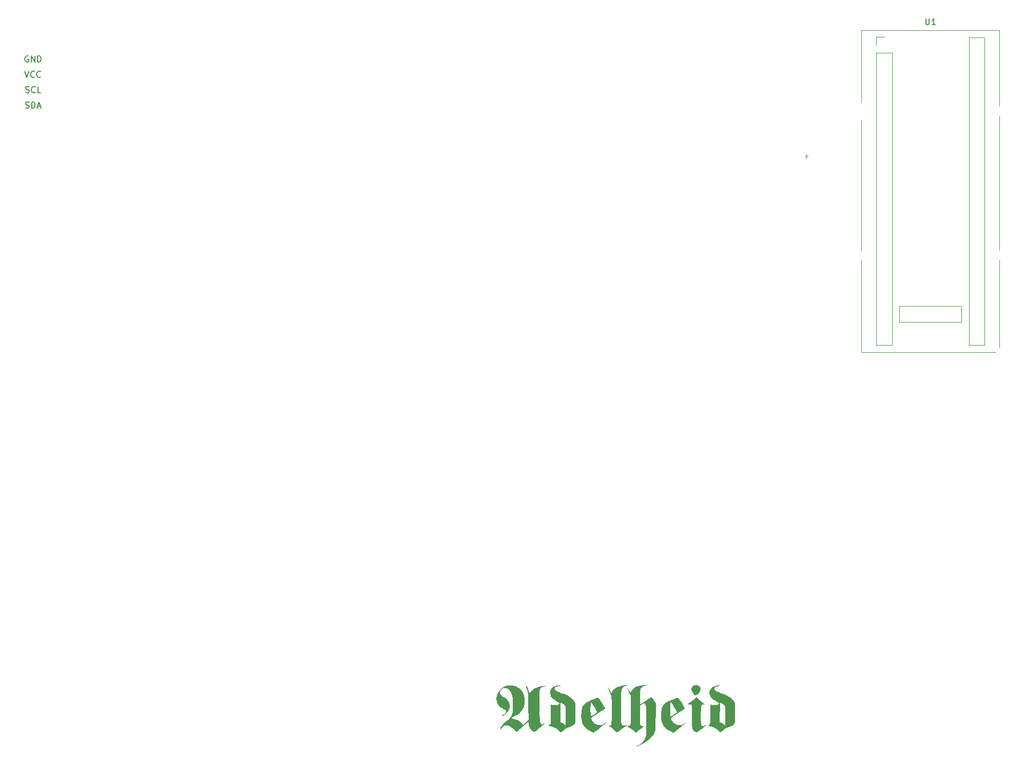
<source format=gto>
G04 #@! TF.GenerationSoftware,KiCad,Pcbnew,(6.0.1-0)*
G04 #@! TF.CreationDate,2023-03-21T19:08:15-07:00*
G04 #@! TF.ProjectId,adelheid-xt,6164656c-6865-4696-942d-78742e6b6963,rev?*
G04 #@! TF.SameCoordinates,Original*
G04 #@! TF.FileFunction,Legend,Top*
G04 #@! TF.FilePolarity,Positive*
%FSLAX46Y46*%
G04 Gerber Fmt 4.6, Leading zero omitted, Abs format (unit mm)*
G04 Created by KiCad (PCBNEW (6.0.1-0)) date 2023-03-21 19:08:15*
%MOMM*%
%LPD*%
G01*
G04 APERTURE LIST*
%ADD10C,0.150000*%
%ADD11C,0.120000*%
%ADD12C,1.600000*%
%ADD13C,0.500000*%
%ADD14C,1.750000*%
%ADD15C,3.000000*%
%ADD16C,3.987800*%
%ADD17C,4.400000*%
%ADD18C,3.048000*%
%ADD19O,2.000000X3.200000*%
%ADD20R,2.000000X2.000000*%
%ADD21C,2.000000*%
%ADD22R,1.700000X1.700000*%
%ADD23O,1.700000X1.700000*%
%ADD24C,1.700000*%
G04 APERTURE END LIST*
D10*
X206905273Y-235037261D02*
X207048130Y-235084880D01*
X207286226Y-235084880D01*
X207381464Y-235037261D01*
X207429083Y-234989642D01*
X207476702Y-234894404D01*
X207476702Y-234799166D01*
X207429083Y-234703928D01*
X207381464Y-234656309D01*
X207286226Y-234608690D01*
X207095750Y-234561071D01*
X207000511Y-234513452D01*
X206952892Y-234465833D01*
X206905273Y-234370595D01*
X206905273Y-234275357D01*
X206952892Y-234180119D01*
X207000511Y-234132500D01*
X207095750Y-234084880D01*
X207333845Y-234084880D01*
X207476702Y-234132500D01*
X208476702Y-234989642D02*
X208429083Y-235037261D01*
X208286226Y-235084880D01*
X208190988Y-235084880D01*
X208048130Y-235037261D01*
X207952892Y-234942023D01*
X207905273Y-234846785D01*
X207857654Y-234656309D01*
X207857654Y-234513452D01*
X207905273Y-234322976D01*
X207952892Y-234227738D01*
X208048130Y-234132500D01*
X208190988Y-234084880D01*
X208286226Y-234084880D01*
X208429083Y-234132500D01*
X208476702Y-234180119D01*
X209381464Y-235084880D02*
X208905273Y-235084880D01*
X208905273Y-234084880D01*
X206762416Y-231544880D02*
X207095750Y-232544880D01*
X207429083Y-231544880D01*
X208333845Y-232449642D02*
X208286226Y-232497261D01*
X208143369Y-232544880D01*
X208048130Y-232544880D01*
X207905273Y-232497261D01*
X207810035Y-232402023D01*
X207762416Y-232306785D01*
X207714797Y-232116309D01*
X207714797Y-231973452D01*
X207762416Y-231782976D01*
X207810035Y-231687738D01*
X207905273Y-231592500D01*
X208048130Y-231544880D01*
X208143369Y-231544880D01*
X208286226Y-231592500D01*
X208333845Y-231640119D01*
X209333845Y-232449642D02*
X209286226Y-232497261D01*
X209143369Y-232544880D01*
X209048130Y-232544880D01*
X208905273Y-232497261D01*
X208810035Y-232402023D01*
X208762416Y-232306785D01*
X208714797Y-232116309D01*
X208714797Y-231973452D01*
X208762416Y-231782976D01*
X208810035Y-231687738D01*
X208905273Y-231592500D01*
X209048130Y-231544880D01*
X209143369Y-231544880D01*
X209286226Y-231592500D01*
X209333845Y-231640119D01*
X207333845Y-229052500D02*
X207238607Y-229004880D01*
X207095750Y-229004880D01*
X206952892Y-229052500D01*
X206857654Y-229147738D01*
X206810035Y-229242976D01*
X206762416Y-229433452D01*
X206762416Y-229576309D01*
X206810035Y-229766785D01*
X206857654Y-229862023D01*
X206952892Y-229957261D01*
X207095750Y-230004880D01*
X207190988Y-230004880D01*
X207333845Y-229957261D01*
X207381464Y-229909642D01*
X207381464Y-229576309D01*
X207190988Y-229576309D01*
X207810035Y-230004880D02*
X207810035Y-229004880D01*
X208381464Y-230004880D01*
X208381464Y-229004880D01*
X208857654Y-230004880D02*
X208857654Y-229004880D01*
X209095750Y-229004880D01*
X209238607Y-229052500D01*
X209333845Y-229147738D01*
X209381464Y-229242976D01*
X209429083Y-229433452D01*
X209429083Y-229576309D01*
X209381464Y-229766785D01*
X209333845Y-229862023D01*
X209238607Y-229957261D01*
X209095750Y-230004880D01*
X208857654Y-230004880D01*
X206881464Y-237577261D02*
X207024321Y-237624880D01*
X207262416Y-237624880D01*
X207357654Y-237577261D01*
X207405273Y-237529642D01*
X207452892Y-237434404D01*
X207452892Y-237339166D01*
X207405273Y-237243928D01*
X207357654Y-237196309D01*
X207262416Y-237148690D01*
X207071940Y-237101071D01*
X206976702Y-237053452D01*
X206929083Y-237005833D01*
X206881464Y-236910595D01*
X206881464Y-236815357D01*
X206929083Y-236720119D01*
X206976702Y-236672500D01*
X207071940Y-236624880D01*
X207310035Y-236624880D01*
X207452892Y-236672500D01*
X207881464Y-237624880D02*
X207881464Y-236624880D01*
X208119559Y-236624880D01*
X208262416Y-236672500D01*
X208357654Y-236767738D01*
X208405273Y-236862976D01*
X208452892Y-237053452D01*
X208452892Y-237196309D01*
X208405273Y-237386785D01*
X208357654Y-237482023D01*
X208262416Y-237577261D01*
X208119559Y-237624880D01*
X207881464Y-237624880D01*
X208833845Y-237339166D02*
X209310035Y-237339166D01*
X208738607Y-237624880D02*
X209071940Y-236624880D01*
X209405273Y-237624880D01*
X355377845Y-222845380D02*
X355377845Y-223654904D01*
X355425464Y-223750142D01*
X355473083Y-223797761D01*
X355568321Y-223845380D01*
X355758797Y-223845380D01*
X355854035Y-223797761D01*
X355901654Y-223750142D01*
X355949273Y-223654904D01*
X355949273Y-222845380D01*
X356949273Y-223845380D02*
X356377845Y-223845380D01*
X356663559Y-223845380D02*
X356663559Y-222845380D01*
X356568321Y-222988238D01*
X356473083Y-223083476D01*
X356377845Y-223131095D01*
D11*
X335925000Y-245625000D02*
X335625000Y-245925000D01*
X335625000Y-245325000D02*
X335925000Y-245625000D01*
X335625000Y-245925000D02*
X335625000Y-245325000D01*
G36*
X287144850Y-332968578D02*
G01*
X287335185Y-332985112D01*
X287501368Y-333026081D01*
X287688475Y-333101168D01*
X287841007Y-333172067D01*
X288293085Y-333441213D01*
X288652979Y-333776011D01*
X288921147Y-334177456D01*
X289098046Y-334646542D01*
X289184134Y-335184265D01*
X289179869Y-335791619D01*
X289155941Y-336030460D01*
X289083641Y-336437786D01*
X288967198Y-336785225D01*
X288794490Y-337087605D01*
X288553392Y-337359759D01*
X288231778Y-337616516D01*
X287817524Y-337872706D01*
X287519250Y-338032427D01*
X286950478Y-338324586D01*
X287555731Y-338537566D01*
X287969149Y-338693619D01*
X288289368Y-338841371D01*
X288535818Y-338992663D01*
X288727925Y-339159339D01*
X288878660Y-339343958D01*
X288920635Y-339397062D01*
X288964809Y-339415874D01*
X289029571Y-339390976D01*
X289133311Y-339312948D01*
X289294421Y-339172373D01*
X289401939Y-339075953D01*
X289838303Y-338683859D01*
X289817196Y-336479936D01*
X289810805Y-335877691D01*
X289803311Y-335377010D01*
X289793352Y-334965041D01*
X289779564Y-334628935D01*
X289760582Y-334355840D01*
X289735043Y-334132907D01*
X289701582Y-333947284D01*
X289658837Y-333786122D01*
X289605444Y-333636569D01*
X289540037Y-333485775D01*
X289487708Y-333375356D01*
X289426348Y-333216893D01*
X289413701Y-333108649D01*
X289423451Y-333087644D01*
X289488204Y-333089244D01*
X289575030Y-333181543D01*
X289672824Y-333345740D01*
X289770482Y-333563035D01*
X289856900Y-333814628D01*
X289860846Y-333828185D01*
X289980815Y-334244124D01*
X290185144Y-333970432D01*
X290441946Y-333709805D01*
X290790821Y-333480552D01*
X291211643Y-333291642D01*
X291684286Y-333152041D01*
X292188624Y-333070717D01*
X292208643Y-333068851D01*
X292433508Y-333057868D01*
X292580274Y-333068125D01*
X292640986Y-333093408D01*
X292607690Y-333127501D01*
X292472430Y-333164190D01*
X292354546Y-333182846D01*
X292056931Y-333264996D01*
X291845788Y-333421538D01*
X291719860Y-333653422D01*
X291716628Y-333664105D01*
X291699355Y-333781399D01*
X291685899Y-334004149D01*
X291676233Y-334333948D01*
X291670331Y-334772389D01*
X291668169Y-335321066D01*
X291669721Y-335981571D01*
X291672346Y-336421284D01*
X291676838Y-337028498D01*
X291681268Y-337532006D01*
X291686164Y-337942514D01*
X291692054Y-338270729D01*
X291699466Y-338527357D01*
X291708928Y-338723104D01*
X291720967Y-338868678D01*
X291736111Y-338974784D01*
X291754887Y-339052129D01*
X291777825Y-339111420D01*
X291805450Y-339163363D01*
X291807708Y-339167230D01*
X291939695Y-339329055D01*
X292085276Y-339378348D01*
X292253050Y-339316530D01*
X292336101Y-339254509D01*
X292451289Y-339172267D01*
X292527077Y-339145208D01*
X292537873Y-339151452D01*
X292504755Y-339200545D01*
X292396877Y-339311459D01*
X292226929Y-339472237D01*
X292007601Y-339670926D01*
X291751586Y-339895568D01*
X291708677Y-339932595D01*
X291415082Y-340184437D01*
X291194448Y-340369870D01*
X291033525Y-340497703D01*
X290919061Y-340576749D01*
X290837807Y-340615818D01*
X290776511Y-340623722D01*
X290721923Y-340609271D01*
X290703250Y-340601156D01*
X290371596Y-340392867D01*
X290120752Y-340106041D01*
X289949337Y-339738543D01*
X289856547Y-339293399D01*
X289829168Y-339111047D01*
X289797564Y-338987518D01*
X289770593Y-338950482D01*
X289716039Y-338992500D01*
X289590975Y-339099717D01*
X289409188Y-339259970D01*
X289184464Y-339461096D01*
X288930591Y-339690933D01*
X288908883Y-339710698D01*
X288646958Y-339948511D01*
X288407291Y-340164662D01*
X288205308Y-340345351D01*
X288056438Y-340476780D01*
X287976106Y-340545149D01*
X287974987Y-340546026D01*
X287914547Y-340585019D01*
X287855759Y-340587903D01*
X287777933Y-340543052D01*
X287660377Y-340438835D01*
X287495168Y-340276358D01*
X287157306Y-339981601D01*
X286812518Y-339758323D01*
X286480046Y-339616893D01*
X286180092Y-339567680D01*
X285883323Y-339619841D01*
X285600568Y-339761676D01*
X285370862Y-339971217D01*
X285309518Y-340057623D01*
X285214218Y-340186549D01*
X285145125Y-340216045D01*
X285121287Y-340200958D01*
X285114648Y-340118467D01*
X285178382Y-339974682D01*
X285299450Y-339786627D01*
X285464814Y-339571323D01*
X285661434Y-339345793D01*
X285876272Y-339127057D01*
X286088012Y-338938890D01*
X286450583Y-338636421D01*
X286731580Y-338380400D01*
X286941306Y-338149090D01*
X287090065Y-337920757D01*
X287188162Y-337673664D01*
X287245900Y-337386077D01*
X287273584Y-337036259D01*
X287281518Y-336602474D01*
X287281523Y-336421284D01*
X287264100Y-335723541D01*
X287214078Y-335129966D01*
X287129466Y-334634484D01*
X287008271Y-334231018D01*
X286848501Y-333913492D01*
X286648164Y-333675829D01*
X286405268Y-333511954D01*
X286314781Y-333472783D01*
X286003931Y-333409282D01*
X285700141Y-333447276D01*
X285428217Y-333578801D01*
X285212968Y-333795891D01*
X285187456Y-333834769D01*
X285102102Y-334065710D01*
X285127150Y-334295821D01*
X285258749Y-334518232D01*
X285493047Y-334726071D01*
X285779390Y-334890632D01*
X286149765Y-335124041D01*
X286427702Y-335424580D01*
X286612194Y-335790593D01*
X286702232Y-336220425D01*
X286711646Y-336421284D01*
X286703582Y-336684628D01*
X286670525Y-336882793D01*
X286602934Y-337063964D01*
X286571865Y-337127374D01*
X286337454Y-337466535D01*
X286015062Y-337736196D01*
X285601913Y-337938482D01*
X285440509Y-337992217D01*
X285332693Y-338011072D01*
X285310595Y-337985558D01*
X285362639Y-337931511D01*
X285477248Y-337864764D01*
X285559345Y-337829674D01*
X285815826Y-337699048D01*
X286012992Y-337533972D01*
X286132361Y-337353879D01*
X286158505Y-337199693D01*
X286133289Y-337088817D01*
X286065092Y-337013257D01*
X285924408Y-336945210D01*
X285864077Y-336922260D01*
X285428500Y-336707161D01*
X285074888Y-336418841D01*
X284809600Y-336066106D01*
X284638994Y-335657761D01*
X284569429Y-335202612D01*
X284568099Y-335127543D01*
X284623316Y-334680216D01*
X284781035Y-334251077D01*
X285029360Y-333856469D01*
X285356394Y-333512737D01*
X285750238Y-333236223D01*
X286046760Y-333096239D01*
X286280245Y-333022837D01*
X286535975Y-332982028D01*
X286857656Y-332967064D01*
X286885289Y-332966799D01*
X287144850Y-332968578D01*
G37*
G36*
X306079206Y-332920653D02*
G01*
X306025211Y-332971589D01*
X305908674Y-333026924D01*
X305838334Y-333048979D01*
X305551199Y-333182150D01*
X305331546Y-333402237D01*
X305191427Y-333696065D01*
X305170290Y-333779251D01*
X305154593Y-333910897D01*
X305141000Y-334139847D01*
X305129521Y-334451370D01*
X305120166Y-334830737D01*
X305112947Y-335263217D01*
X305107873Y-335734081D01*
X305104954Y-336228597D01*
X305104200Y-336732036D01*
X305105623Y-337229668D01*
X305109231Y-337706763D01*
X305115036Y-338148589D01*
X305123047Y-338540418D01*
X305133275Y-338867519D01*
X305145730Y-339115162D01*
X305160422Y-339268617D01*
X305166454Y-339298670D01*
X305258408Y-339487456D01*
X305409445Y-339586005D01*
X305628241Y-339598115D01*
X305783314Y-339568626D01*
X305938511Y-339535457D01*
X306040253Y-339524778D01*
X306058297Y-339528899D01*
X306025326Y-339568086D01*
X305916613Y-339650164D01*
X305754246Y-339758693D01*
X305722397Y-339778906D01*
X305507984Y-339922696D01*
X305251757Y-340107338D01*
X304999216Y-340299744D01*
X304925335Y-340358580D01*
X304734325Y-340508751D01*
X304574917Y-340626606D01*
X304468693Y-340696587D01*
X304439074Y-340709115D01*
X304379275Y-340671124D01*
X304256851Y-340570834D01*
X304091773Y-340425123D01*
X303965510Y-340308861D01*
X303754839Y-340123043D01*
X303543253Y-339955363D01*
X303363228Y-339830810D01*
X303293325Y-339791603D01*
X303121280Y-339694486D01*
X303055166Y-339622746D01*
X303096105Y-339579561D01*
X303214405Y-339567680D01*
X303297609Y-339565596D01*
X303366298Y-339552672D01*
X303421863Y-339518901D01*
X303465696Y-339454276D01*
X303499187Y-339348789D01*
X303523728Y-339192434D01*
X303540710Y-338975203D01*
X303551525Y-338687090D01*
X303557563Y-338318086D01*
X303560216Y-337858185D01*
X303560875Y-337297379D01*
X303560892Y-337075394D01*
X303560502Y-336502966D01*
X303558995Y-336032852D01*
X303555864Y-335652953D01*
X303550600Y-335351172D01*
X303542697Y-335115409D01*
X303531648Y-334933565D01*
X303516945Y-334793543D01*
X303498081Y-334683243D01*
X303474549Y-334590567D01*
X303454037Y-334526814D01*
X303342462Y-334243683D01*
X303201512Y-333943891D01*
X303054160Y-333673797D01*
X302956802Y-333523470D01*
X302908029Y-333422879D01*
X302919157Y-333368396D01*
X302985482Y-333390804D01*
X303090109Y-333502533D01*
X303222167Y-333689595D01*
X303370789Y-333938002D01*
X303393074Y-333978294D01*
X303543348Y-334252646D01*
X303641273Y-333996233D01*
X303774082Y-333745355D01*
X303971220Y-333534580D01*
X304243513Y-333357746D01*
X304601787Y-333208687D01*
X305056869Y-333081240D01*
X305362919Y-333016062D01*
X305595407Y-332970548D01*
X305797784Y-332930428D01*
X305932868Y-332903085D01*
X305949293Y-332899639D01*
X306058089Y-332891031D01*
X306079206Y-332920653D01*
G37*
G36*
X309248280Y-332882549D02*
G01*
X309395828Y-332904156D01*
X309445190Y-332935169D01*
X309391317Y-332971496D01*
X309229158Y-333009045D01*
X309182843Y-333016408D01*
X308855873Y-333101068D01*
X308571119Y-333242431D01*
X308394901Y-333389097D01*
X308358045Y-333436821D01*
X308329674Y-333498246D01*
X308308400Y-333588479D01*
X308292838Y-333722623D01*
X308281601Y-333915785D01*
X308273302Y-334183071D01*
X308266556Y-334539585D01*
X308262232Y-334834534D01*
X308243978Y-336153587D01*
X308405250Y-336047959D01*
X308508298Y-335977519D01*
X308682980Y-335855003D01*
X308908186Y-335695338D01*
X309162809Y-335513450D01*
X309273615Y-335433899D01*
X309524814Y-335254815D01*
X309746617Y-335099571D01*
X309920927Y-334980613D01*
X310029648Y-334910387D01*
X310053485Y-334897540D01*
X310132125Y-334923719D01*
X310248608Y-335030410D01*
X310386519Y-335197392D01*
X310529445Y-335404444D01*
X310660974Y-335631346D01*
X310681270Y-335670938D01*
X310835887Y-335978925D01*
X310829084Y-338015753D01*
X310826030Y-338616297D01*
X310820302Y-339115203D01*
X310810480Y-339525242D01*
X310795143Y-339859183D01*
X310772872Y-340129797D01*
X310742247Y-340349854D01*
X310701849Y-340532124D01*
X310650256Y-340689376D01*
X310586050Y-340834381D01*
X310507809Y-340979909D01*
X310497499Y-340997861D01*
X310226989Y-341378634D01*
X309859619Y-341761347D01*
X309411860Y-342132222D01*
X308900181Y-342477480D01*
X308394901Y-342756785D01*
X308094068Y-342902721D01*
X307882520Y-342994980D01*
X307750442Y-343037063D01*
X307688016Y-343032470D01*
X307679811Y-343011821D01*
X307727419Y-342962268D01*
X307852798Y-342881564D01*
X308029777Y-342786383D01*
X308047178Y-342777758D01*
X308416145Y-342542855D01*
X308744285Y-342232140D01*
X309003596Y-341875316D01*
X309118604Y-341641251D01*
X309151627Y-341555086D01*
X309178721Y-341470182D01*
X309200597Y-341374437D01*
X309217963Y-341255751D01*
X309231526Y-341102021D01*
X309241997Y-340901149D01*
X309250082Y-340641031D01*
X309256491Y-340309568D01*
X309261933Y-339894659D01*
X309267115Y-339384202D01*
X309270161Y-339052816D01*
X309275287Y-338406480D01*
X309277595Y-337864611D01*
X309276534Y-337417280D01*
X309271556Y-337054564D01*
X309262111Y-336766534D01*
X309247650Y-336543265D01*
X309227624Y-336374832D01*
X309201484Y-336251306D01*
X309168680Y-336162763D01*
X309128662Y-336099277D01*
X309105287Y-336073337D01*
X308985694Y-335987658D01*
X308853690Y-335975661D01*
X308684766Y-336040236D01*
X308515812Y-336142832D01*
X308245260Y-336322039D01*
X308262873Y-337892785D01*
X308280487Y-339463532D01*
X308421356Y-339577523D01*
X308607072Y-339665503D01*
X308721694Y-339668108D01*
X308844963Y-339663235D01*
X308867855Y-339700692D01*
X308789305Y-339782372D01*
X308608251Y-339910171D01*
X308573060Y-339932876D01*
X308373227Y-340070716D01*
X308136961Y-340248187D01*
X307913037Y-340428562D01*
X307898238Y-340441065D01*
X307531518Y-340752164D01*
X307216228Y-340460260D01*
X306996254Y-340275752D01*
X306742947Y-340090998D01*
X306548382Y-339968131D01*
X306332363Y-339831898D01*
X306219219Y-339728060D01*
X306210232Y-339658957D01*
X306306687Y-339626926D01*
X306359959Y-339624888D01*
X306443951Y-339624541D01*
X306513453Y-339616932D01*
X306569757Y-339592208D01*
X306614150Y-339540515D01*
X306647923Y-339451999D01*
X306672364Y-339316807D01*
X306688763Y-339125086D01*
X306698410Y-338866982D01*
X306702593Y-338532642D01*
X306702603Y-338112212D01*
X306699728Y-337595839D01*
X306695863Y-337057902D01*
X306678685Y-334676464D01*
X306498186Y-334231319D01*
X306393557Y-333994364D01*
X306281443Y-333773618D01*
X306183375Y-333610953D01*
X306169016Y-333591255D01*
X306089717Y-333466117D01*
X306064595Y-333379859D01*
X306073406Y-333363543D01*
X306141244Y-333386107D01*
X306247916Y-333505561D01*
X306387149Y-333713647D01*
X306537708Y-333974626D01*
X306694074Y-334260564D01*
X306759578Y-334062085D01*
X306917621Y-333757923D01*
X307171803Y-333485370D01*
X307506226Y-333252826D01*
X307904996Y-333068689D01*
X308352214Y-332941356D01*
X308831986Y-332879226D01*
X309007596Y-332874437D01*
X309248280Y-332882549D01*
G37*
G36*
X311944243Y-336443276D02*
G01*
X312040250Y-336261188D01*
X312169210Y-336101467D01*
X312345172Y-335952934D01*
X312582183Y-335804412D01*
X312894292Y-335644721D01*
X313295546Y-335462682D01*
X313459800Y-335391554D01*
X313774021Y-335257485D01*
X314052005Y-335140537D01*
X314276763Y-335047724D01*
X314431303Y-334986057D01*
X314498637Y-334962549D01*
X314499359Y-334962500D01*
X314542226Y-335008174D01*
X314632707Y-335132867D01*
X314758984Y-335318091D01*
X314909233Y-335545354D01*
X315071635Y-335796167D01*
X315234367Y-336052040D01*
X315385610Y-336294481D01*
X315513542Y-336505001D01*
X315606342Y-336665109D01*
X315652189Y-336756316D01*
X315654639Y-336769562D01*
X315603330Y-336808654D01*
X315469083Y-336900376D01*
X315265405Y-337035798D01*
X315005798Y-337205988D01*
X314703768Y-337402017D01*
X314486743Y-337541859D01*
X314125368Y-337774561D01*
X313849362Y-337954654D01*
X313647663Y-338091111D01*
X313509212Y-338192905D01*
X313422947Y-338269007D01*
X313377810Y-338328391D01*
X313362738Y-338380029D01*
X313366673Y-338432894D01*
X313369496Y-338448215D01*
X313418579Y-338600099D01*
X313504456Y-338786634D01*
X313545470Y-338861028D01*
X313780708Y-339159673D01*
X314074003Y-339372180D01*
X314405742Y-339495548D01*
X314756310Y-339526775D01*
X315106094Y-339462862D01*
X315435479Y-339300807D01*
X315594597Y-339174542D01*
X315697743Y-339085707D01*
X315739355Y-339073620D01*
X315737705Y-339133041D01*
X315737615Y-339133529D01*
X315687603Y-339200285D01*
X315558913Y-339324312D01*
X315364511Y-339494384D01*
X315117366Y-339699273D01*
X314830445Y-339927756D01*
X314729863Y-340005939D01*
X314441010Y-340228573D01*
X314184249Y-340425395D01*
X313972767Y-340586385D01*
X313819749Y-340701524D01*
X313738383Y-340760793D01*
X313728737Y-340766614D01*
X313673134Y-340745204D01*
X313542601Y-340692092D01*
X313400532Y-340633356D01*
X312899779Y-340375911D01*
X312490269Y-340054948D01*
X312163049Y-339662193D01*
X311959435Y-339301211D01*
X311825394Y-338919861D01*
X311740304Y-338465281D01*
X311705236Y-337968155D01*
X311721262Y-337459167D01*
X311789453Y-336969004D01*
X311821571Y-336840803D01*
X313228910Y-336840803D01*
X313229968Y-337203497D01*
X313232928Y-337524311D01*
X313237471Y-337786792D01*
X313243278Y-337974486D01*
X313250028Y-338070940D01*
X313252982Y-338080293D01*
X313308865Y-338052283D01*
X313439749Y-337976902D01*
X313623429Y-337867125D01*
X313753545Y-337787812D01*
X313967007Y-337654326D01*
X314148299Y-337536445D01*
X314271674Y-337451132D01*
X314305802Y-337423967D01*
X314323669Y-337382056D01*
X314308663Y-337308135D01*
X314254122Y-337189262D01*
X314153389Y-337012496D01*
X313999803Y-336764894D01*
X313832594Y-336504314D01*
X313653476Y-336228342D01*
X313495690Y-335986764D01*
X313369762Y-335795571D01*
X313286216Y-335670755D01*
X313256265Y-335628669D01*
X313248279Y-335674888D01*
X313241212Y-335819548D01*
X313235424Y-336046674D01*
X313231276Y-336340294D01*
X313229129Y-336684435D01*
X313228910Y-336840803D01*
X311821571Y-336840803D01*
X311867142Y-336658911D01*
X311944243Y-336443276D01*
G37*
G36*
X317883991Y-335222107D02*
G01*
X318095043Y-335419573D01*
X318332506Y-335614583D01*
X318546628Y-335766404D01*
X318555699Y-335772050D01*
X318760579Y-335906791D01*
X318865136Y-335998625D01*
X318872628Y-336053245D01*
X318786309Y-336076344D01*
X318730774Y-336078041D01*
X318553346Y-336129180D01*
X318430436Y-336225553D01*
X318386808Y-336274600D01*
X318353250Y-336327122D01*
X318328218Y-336398113D01*
X318310168Y-336502566D01*
X318297556Y-336655474D01*
X318288839Y-336871830D01*
X318282471Y-337166629D01*
X318276910Y-337554862D01*
X318274572Y-337739061D01*
X318270337Y-338247648D01*
X318272899Y-338654185D01*
X318283903Y-338970924D01*
X318304992Y-339210113D01*
X318337808Y-339384001D01*
X318383995Y-339504839D01*
X318445195Y-339584875D01*
X318523052Y-339636360D01*
X318529454Y-339639341D01*
X318657164Y-339674956D01*
X318782942Y-339641720D01*
X318845840Y-339608195D01*
X318996479Y-339529263D01*
X319055208Y-339518151D01*
X319021999Y-339574906D01*
X318896829Y-339699575D01*
X318706215Y-339869289D01*
X318369632Y-340159545D01*
X318106470Y-340381029D01*
X317904044Y-340540310D01*
X317749668Y-340643956D01*
X317630657Y-340698538D01*
X317534325Y-340710624D01*
X317447988Y-340686784D01*
X317358959Y-340633587D01*
X317305134Y-340594845D01*
X317175877Y-340489110D01*
X317069308Y-340372005D01*
X316983289Y-340231907D01*
X316915681Y-340057195D01*
X316864345Y-339836248D01*
X316827141Y-339557443D01*
X316801931Y-339209160D01*
X316786576Y-338779776D01*
X316778937Y-338257671D01*
X316776907Y-337724761D01*
X316776260Y-337257437D01*
X316774462Y-336891490D01*
X316770592Y-336613882D01*
X316763729Y-336411576D01*
X316752951Y-336271534D01*
X316737338Y-336180719D01*
X316715967Y-336126094D01*
X316687918Y-336094620D01*
X316660509Y-336077595D01*
X316507803Y-336044684D01*
X316333290Y-336074444D01*
X316157856Y-336104793D01*
X316073952Y-336083227D01*
X316088542Y-336022134D01*
X316208590Y-335933900D01*
X316243746Y-335915166D01*
X316468330Y-335780684D01*
X316739245Y-335588146D01*
X317023862Y-335362295D01*
X317289550Y-335127874D01*
X317319703Y-335099299D01*
X317549009Y-334880003D01*
X317883991Y-335222107D01*
G37*
G36*
X293846045Y-336210319D02*
G01*
X294103756Y-336235448D01*
X294366660Y-336217940D01*
X294610177Y-336164921D01*
X294809724Y-336083516D01*
X294940721Y-335980851D01*
X294979811Y-335881679D01*
X294931113Y-335828959D01*
X294802855Y-335750181D01*
X294621794Y-335661569D01*
X294603714Y-335653619D01*
X294283962Y-335480186D01*
X293978144Y-335253262D01*
X293716002Y-334998869D01*
X293527281Y-334743028D01*
X293496592Y-334685076D01*
X293391510Y-334347293D01*
X293393358Y-334009670D01*
X293496163Y-333690916D01*
X293693956Y-333409742D01*
X293974124Y-333188725D01*
X294136445Y-333112038D01*
X294333956Y-333045417D01*
X294545331Y-332992071D01*
X294749244Y-332955210D01*
X294924370Y-332938046D01*
X295049383Y-332943788D01*
X295102957Y-332975647D01*
X295079881Y-333022265D01*
X295007104Y-333049420D01*
X294863866Y-333078019D01*
X294798612Y-333087353D01*
X294506743Y-333151757D01*
X294299186Y-333255245D01*
X294184537Y-333390197D01*
X294171394Y-333548992D01*
X294197748Y-333620037D01*
X294286460Y-333744975D01*
X294431263Y-333862220D01*
X294646982Y-333980202D01*
X294948440Y-334107353D01*
X295245017Y-334215658D01*
X295852948Y-334445450D01*
X296354473Y-334674067D01*
X296757432Y-334906516D01*
X297069665Y-335147799D01*
X297299013Y-335402922D01*
X297420185Y-335603983D01*
X297582739Y-335935023D01*
X297582739Y-337508221D01*
X297581366Y-338011397D01*
X297576887Y-338412140D01*
X297568764Y-338722405D01*
X297556458Y-338954145D01*
X297539431Y-339119313D01*
X297517145Y-339229863D01*
X297503384Y-339269529D01*
X297378576Y-339445821D01*
X297154461Y-339611823D01*
X296825370Y-339771121D01*
X296545857Y-339875024D01*
X296154774Y-340021593D01*
X295851562Y-340169036D01*
X295610460Y-340331592D01*
X295441802Y-340485363D01*
X295316708Y-340609932D01*
X295226049Y-340692185D01*
X295196703Y-340711825D01*
X295145332Y-340673945D01*
X295051648Y-340580740D01*
X295032688Y-340560275D01*
X294845287Y-340393199D01*
X294582952Y-340208546D01*
X294278925Y-340025994D01*
X293966453Y-339865221D01*
X293678778Y-339745907D01*
X293628814Y-339729278D01*
X293381508Y-339639281D01*
X293242609Y-339560714D01*
X293213657Y-339495041D01*
X293296196Y-339443720D01*
X293320113Y-339436870D01*
X293385696Y-339407881D01*
X293437702Y-339351057D01*
X293477648Y-339254440D01*
X293507050Y-339106071D01*
X293513040Y-339043725D01*
X295094225Y-339043725D01*
X295265168Y-339081270D01*
X295398008Y-339139859D01*
X295568911Y-339253728D01*
X295708524Y-339369580D01*
X295850014Y-339498280D01*
X295953545Y-339589542D01*
X295995239Y-339622616D01*
X295998983Y-339568462D01*
X296002361Y-339414509D01*
X296005240Y-339175375D01*
X296007484Y-338865674D01*
X296008961Y-338500024D01*
X296009537Y-338093041D01*
X296009541Y-338060149D01*
X296009267Y-337596011D01*
X296007741Y-337232049D01*
X296003908Y-336954026D01*
X295996711Y-336747704D01*
X295985095Y-336598844D01*
X295968003Y-336493210D01*
X295944379Y-336416562D01*
X295913167Y-336354664D01*
X295879133Y-336301899D01*
X295742992Y-336150009D01*
X295559712Y-336007124D01*
X295368062Y-335898820D01*
X295206810Y-335850671D01*
X295194338Y-335850153D01*
X295164882Y-335856694D01*
X295141821Y-335885181D01*
X295124379Y-335947986D01*
X295111781Y-336057477D01*
X295103250Y-336226025D01*
X295098011Y-336466000D01*
X295095289Y-336789771D01*
X295094306Y-337209709D01*
X295094225Y-337446468D01*
X295094225Y-339043725D01*
X293513040Y-339043725D01*
X293527425Y-338893992D01*
X293540290Y-338606243D01*
X293547160Y-338230868D01*
X293549554Y-337755906D01*
X293549631Y-337627143D01*
X293549631Y-336151711D01*
X293846045Y-336210319D01*
G37*
G36*
X320161361Y-336210319D02*
G01*
X320419071Y-336235448D01*
X320681975Y-336217940D01*
X320925492Y-336164921D01*
X321125039Y-336083516D01*
X321256036Y-335980851D01*
X321295126Y-335881679D01*
X321246428Y-335828959D01*
X321118170Y-335750181D01*
X320937109Y-335661569D01*
X320919030Y-335653619D01*
X320599278Y-335480186D01*
X320293459Y-335253262D01*
X320031317Y-334998869D01*
X319842597Y-334743028D01*
X319811908Y-334685076D01*
X319706826Y-334347293D01*
X319708673Y-334009670D01*
X319811478Y-333690916D01*
X320009271Y-333409742D01*
X320289440Y-333188725D01*
X320451760Y-333112038D01*
X320649271Y-333045417D01*
X320860646Y-332992071D01*
X321064560Y-332955210D01*
X321239686Y-332938046D01*
X321364699Y-332943788D01*
X321418273Y-332975647D01*
X321395196Y-333022265D01*
X321322420Y-333049420D01*
X321179181Y-333078019D01*
X321113927Y-333087353D01*
X320822058Y-333151757D01*
X320614501Y-333255245D01*
X320499853Y-333390197D01*
X320486709Y-333548992D01*
X320513063Y-333620037D01*
X320601775Y-333744975D01*
X320746579Y-333862220D01*
X320962298Y-333980202D01*
X321263756Y-334107353D01*
X321560332Y-334215658D01*
X322168264Y-334445450D01*
X322669789Y-334674067D01*
X323072747Y-334906516D01*
X323384980Y-335147799D01*
X323614328Y-335402922D01*
X323735500Y-335603983D01*
X323898054Y-335935023D01*
X323898054Y-337508221D01*
X323896681Y-338011397D01*
X323892202Y-338412140D01*
X323884079Y-338722405D01*
X323871773Y-338954145D01*
X323854747Y-339119313D01*
X323832460Y-339229863D01*
X323818699Y-339269529D01*
X323693891Y-339445821D01*
X323469776Y-339611823D01*
X323140685Y-339771121D01*
X322861172Y-339875024D01*
X322470089Y-340021593D01*
X322166877Y-340169036D01*
X321925775Y-340331592D01*
X321757118Y-340485363D01*
X321632023Y-340609932D01*
X321541364Y-340692185D01*
X321512018Y-340711825D01*
X321460648Y-340673945D01*
X321366963Y-340580740D01*
X321348004Y-340560275D01*
X321160603Y-340393199D01*
X320898267Y-340208546D01*
X320594241Y-340025994D01*
X320281768Y-339865221D01*
X319994094Y-339745907D01*
X319944129Y-339729278D01*
X319696824Y-339639281D01*
X319557924Y-339560714D01*
X319528972Y-339495041D01*
X319611511Y-339443720D01*
X319635428Y-339436870D01*
X319701011Y-339407881D01*
X319753018Y-339351057D01*
X319792963Y-339254440D01*
X319822366Y-339106071D01*
X319828356Y-339043725D01*
X321409541Y-339043725D01*
X321580483Y-339081270D01*
X321713323Y-339139859D01*
X321884226Y-339253728D01*
X322023839Y-339369580D01*
X322165329Y-339498280D01*
X322268861Y-339589542D01*
X322310554Y-339622616D01*
X322314298Y-339568462D01*
X322317677Y-339414509D01*
X322320555Y-339175375D01*
X322322800Y-338865674D01*
X322324277Y-338500024D01*
X322324853Y-338093041D01*
X322324856Y-338060149D01*
X322324582Y-337596011D01*
X322323057Y-337232049D01*
X322319223Y-336954026D01*
X322312027Y-336747704D01*
X322300410Y-336598844D01*
X322283318Y-336493210D01*
X322259694Y-336416562D01*
X322228483Y-336354664D01*
X322194448Y-336301899D01*
X322058307Y-336150009D01*
X321875027Y-336007124D01*
X321683377Y-335898820D01*
X321522125Y-335850671D01*
X321509653Y-335850153D01*
X321480197Y-335856694D01*
X321457136Y-335885181D01*
X321439694Y-335947986D01*
X321427096Y-336057477D01*
X321418565Y-336226025D01*
X321413327Y-336466000D01*
X321410604Y-336789771D01*
X321409622Y-337209709D01*
X321409541Y-337446468D01*
X321409541Y-339043725D01*
X319828356Y-339043725D01*
X319842741Y-338893992D01*
X319855605Y-338606243D01*
X319862476Y-338230868D01*
X319864869Y-337755906D01*
X319864946Y-337627143D01*
X319864946Y-336151711D01*
X320161361Y-336210319D01*
G37*
G36*
X298786585Y-336443276D02*
G01*
X298882592Y-336261188D01*
X299011552Y-336101467D01*
X299187514Y-335952934D01*
X299424525Y-335804412D01*
X299736634Y-335644721D01*
X300137888Y-335462682D01*
X300302142Y-335391554D01*
X300616363Y-335257485D01*
X300894348Y-335140537D01*
X301119105Y-335047724D01*
X301273646Y-334986057D01*
X301340979Y-334962549D01*
X301341702Y-334962500D01*
X301384568Y-335008174D01*
X301475050Y-335132867D01*
X301601326Y-335318091D01*
X301751575Y-335545354D01*
X301913977Y-335796167D01*
X302076710Y-336052040D01*
X302227953Y-336294481D01*
X302355885Y-336505001D01*
X302448685Y-336665109D01*
X302494532Y-336756316D01*
X302496981Y-336769562D01*
X302445672Y-336808654D01*
X302311426Y-336900376D01*
X302107747Y-337035798D01*
X301848140Y-337205988D01*
X301546110Y-337402017D01*
X301329085Y-337541859D01*
X300967711Y-337774561D01*
X300691704Y-337954654D01*
X300490006Y-338091111D01*
X300351554Y-338192905D01*
X300265290Y-338269007D01*
X300220152Y-338328391D01*
X300205081Y-338380029D01*
X300209015Y-338432894D01*
X300211838Y-338448215D01*
X300260921Y-338600099D01*
X300346799Y-338786634D01*
X300387813Y-338861028D01*
X300623051Y-339159673D01*
X300916346Y-339372180D01*
X301248084Y-339495548D01*
X301598652Y-339526775D01*
X301948436Y-339462862D01*
X302277822Y-339300807D01*
X302436940Y-339174542D01*
X302540085Y-339085707D01*
X302581698Y-339073620D01*
X302580048Y-339133041D01*
X302579958Y-339133529D01*
X302529946Y-339200285D01*
X302401255Y-339324312D01*
X302206854Y-339494384D01*
X301959709Y-339699273D01*
X301672787Y-339927756D01*
X301572205Y-340005939D01*
X301283352Y-340228573D01*
X301026591Y-340425395D01*
X300815109Y-340586385D01*
X300662092Y-340701524D01*
X300580725Y-340760793D01*
X300571079Y-340766614D01*
X300515477Y-340745204D01*
X300384943Y-340692092D01*
X300242874Y-340633356D01*
X299742122Y-340375911D01*
X299332611Y-340054948D01*
X299005391Y-339662193D01*
X298801777Y-339301211D01*
X298667737Y-338919861D01*
X298582647Y-338465281D01*
X298547578Y-337968155D01*
X298563604Y-337459167D01*
X298631795Y-336969004D01*
X298663914Y-336840803D01*
X300071252Y-336840803D01*
X300072310Y-337203497D01*
X300075270Y-337524311D01*
X300079814Y-337786792D01*
X300085620Y-337974486D01*
X300092371Y-338070940D01*
X300095325Y-338080293D01*
X300151207Y-338052283D01*
X300282091Y-337976902D01*
X300465772Y-337867125D01*
X300595888Y-337787812D01*
X300809350Y-337654326D01*
X300990641Y-337536445D01*
X301114016Y-337451132D01*
X301148144Y-337423967D01*
X301166012Y-337382056D01*
X301151005Y-337308135D01*
X301096464Y-337189262D01*
X300995731Y-337012496D01*
X300842145Y-336764894D01*
X300674936Y-336504314D01*
X300495818Y-336228342D01*
X300338033Y-335986764D01*
X300212104Y-335795571D01*
X300128559Y-335670755D01*
X300098608Y-335628669D01*
X300090622Y-335674888D01*
X300083554Y-335819548D01*
X300077767Y-336046674D01*
X300073619Y-336340294D01*
X300071471Y-336684435D01*
X300071252Y-336840803D01*
X298663914Y-336840803D01*
X298709485Y-336658911D01*
X298786585Y-336443276D01*
G37*
G36*
X317897863Y-332975028D02*
G01*
X318082658Y-333135927D01*
X318193805Y-333354683D01*
X318224570Y-333611567D01*
X318168216Y-333886852D01*
X318059337Y-334101830D01*
X317950278Y-334231321D01*
X317797646Y-334369915D01*
X317634327Y-334492188D01*
X317493211Y-334572714D01*
X317427047Y-334590653D01*
X317341426Y-334555273D01*
X317212928Y-334465982D01*
X317153480Y-334416518D01*
X316954122Y-334189430D01*
X316804447Y-333917642D01*
X316725569Y-333643347D01*
X316718550Y-333547251D01*
X316771054Y-333311207D01*
X316914641Y-333113433D01*
X317128418Y-332968693D01*
X317391494Y-332891753D01*
X317646158Y-332891713D01*
X317897863Y-332975028D01*
G37*
X349849750Y-228473000D02*
X349849750Y-276793000D01*
X344764750Y-277908000D02*
X344764750Y-224758000D01*
X365029750Y-225933000D02*
X365029750Y-276733000D01*
X361281750Y-270322000D02*
X351001750Y-270322000D01*
X344764750Y-224758000D02*
X367514750Y-224758000D01*
X351001750Y-270322000D02*
X351001750Y-272982000D01*
X347189750Y-227203000D02*
X347189750Y-225873000D01*
X347189750Y-225873000D02*
X348519750Y-225873000D01*
X362489750Y-276733000D02*
X362489750Y-225933000D01*
X351001750Y-272982000D02*
X361281750Y-272982000D01*
X347189750Y-228473000D02*
X349849750Y-228473000D01*
X361281750Y-272982000D02*
X361281750Y-270322000D01*
X362489750Y-225933000D02*
X365029750Y-225933000D01*
X349849750Y-276793000D02*
X347189750Y-276793000D01*
X367514750Y-277908000D02*
X344764750Y-277908000D01*
X367514750Y-224758000D02*
X367514750Y-277908000D01*
X365029750Y-276733000D02*
X362489750Y-276733000D01*
X347189750Y-276793000D02*
X347189750Y-228473000D01*
D12*
X320712000Y-232029000D03*
%LPC*%
D13*
X324612178Y-338629761D02*
X325945511Y-340629761D01*
X325945511Y-338629761D02*
X324612178Y-340629761D01*
X326421702Y-338629761D02*
X327564559Y-338629761D01*
X326993130Y-340629761D02*
X326993130Y-338629761D01*
D14*
X367188750Y-338137500D03*
D15*
X368458750Y-335597500D03*
D14*
X377348750Y-338137500D03*
D16*
X372268750Y-338137500D03*
D15*
X374808750Y-333057500D03*
X298138850Y-259397500D03*
D16*
X301948850Y-261937500D03*
D14*
X307028850Y-261937500D03*
D15*
X304488850Y-256857500D03*
D14*
X296868850Y-261937500D03*
D17*
X481806250Y-328612500D03*
D14*
X344805000Y-238125000D03*
D15*
X335915000Y-235585000D03*
D16*
X339725000Y-238125000D03*
D14*
X334645000Y-238125000D03*
D15*
X342265000Y-233045000D03*
X468471250Y-235585000D03*
D16*
X472281250Y-238125000D03*
D15*
X474821250Y-233045000D03*
D14*
X467201250Y-238125000D03*
X477361250Y-238125000D03*
X107905550Y-260350000D03*
D15*
X99015550Y-257810000D03*
X105365550Y-255270000D03*
D14*
X97745550Y-260350000D03*
D16*
X102825550Y-260350000D03*
D15*
X56197500Y-305117500D03*
D14*
X63817500Y-300037500D03*
X53657500Y-300037500D03*
D16*
X58737500Y-300037500D03*
D15*
X62547500Y-302577500D03*
X265118512Y-339442349D03*
D16*
X269373350Y-341134700D03*
D14*
X274342340Y-340078509D03*
X264404360Y-342190891D03*
D15*
X270801654Y-335637614D03*
D16*
X491331250Y-238125000D03*
D14*
X486251250Y-238125000D03*
D15*
X493871250Y-233045000D03*
D14*
X496411250Y-238125000D03*
D15*
X487521250Y-235585000D03*
D17*
X19050000Y-251618750D03*
D14*
X448786250Y-338137500D03*
D16*
X443706250Y-338137500D03*
D14*
X438626250Y-338137500D03*
D18*
X431768250Y-345122500D03*
X455644250Y-345122500D03*
D16*
X431768250Y-329882500D03*
X455644250Y-329882500D03*
D15*
X446246250Y-333057500D03*
X439896250Y-335597500D03*
D14*
X165160440Y-273636291D03*
D15*
X156992803Y-269303462D03*
D16*
X160191450Y-272580100D03*
D15*
X163732136Y-268139206D03*
D14*
X155222460Y-271523909D03*
D16*
X141547850Y-268617700D03*
D15*
X138349203Y-265341062D03*
D14*
X146516840Y-269673891D03*
X136578860Y-267561509D03*
D15*
X145088536Y-264176806D03*
D18*
X342461850Y-254952500D03*
D15*
X334333850Y-264477500D03*
D14*
X325443850Y-261937500D03*
D16*
X318585850Y-270192500D03*
D15*
X327983850Y-267017500D03*
D18*
X318585850Y-254952500D03*
D16*
X330523850Y-261937500D03*
X342461850Y-270192500D03*
D14*
X335603850Y-261937500D03*
D15*
X150422536Y-284801606D03*
D16*
X146881850Y-289242500D03*
D15*
X143683203Y-285965862D03*
D14*
X141912860Y-288186309D03*
X151850840Y-290298691D03*
D15*
X376078750Y-240665000D03*
D16*
X372268750Y-238125000D03*
D14*
X377348750Y-238125000D03*
X367188750Y-238125000D03*
D15*
X369728750Y-243205000D03*
D17*
X234156250Y-233362500D03*
D15*
X169739236Y-308347406D03*
X162999903Y-309511662D03*
D14*
X171167540Y-313844491D03*
D16*
X166198550Y-312788300D03*
D14*
X161229560Y-311732109D03*
D15*
X140732436Y-238891106D03*
D14*
X132222760Y-242275809D03*
D16*
X137191750Y-243332000D03*
D15*
X133993103Y-240055362D03*
D14*
X142160740Y-244388191D03*
X111407460Y-340103909D03*
D16*
X116376450Y-341160100D03*
D15*
X113177803Y-337883462D03*
D14*
X121345440Y-342216291D03*
D15*
X119917136Y-336719206D03*
D16*
X483076250Y-278574500D03*
X483076250Y-302450500D03*
D18*
X498316250Y-278574500D03*
X498316250Y-302450500D03*
D16*
X491331250Y-290512500D03*
D14*
X491331250Y-295592500D03*
X491331250Y-285432500D03*
D15*
X486251250Y-287972500D03*
X488791250Y-294322500D03*
D19*
X334125000Y-238125000D03*
X345325000Y-238125000D03*
D20*
X337225000Y-245625000D03*
D21*
X342225000Y-245625000D03*
X339725000Y-245625000D03*
X342225000Y-231125000D03*
X337225000Y-231125000D03*
D15*
X468471250Y-278447500D03*
D14*
X467201250Y-280987500D03*
D16*
X472281250Y-280987500D03*
D15*
X474821250Y-275907500D03*
D14*
X477361250Y-280987500D03*
X386238750Y-338137500D03*
X396398750Y-338137500D03*
D15*
X387508750Y-335597500D03*
D16*
X391318750Y-338137500D03*
D15*
X393858750Y-333057500D03*
D16*
X307028850Y-236537500D03*
D15*
X303218850Y-233997500D03*
D14*
X312108850Y-236537500D03*
D15*
X309568850Y-231457500D03*
D14*
X301948850Y-236537500D03*
D16*
X434181250Y-261937500D03*
D15*
X430371250Y-259397500D03*
D14*
X429101250Y-261937500D03*
X439261250Y-261937500D03*
D15*
X436721250Y-256857500D03*
X474821250Y-294957500D03*
D16*
X472281250Y-300037500D03*
D14*
X477361250Y-300037500D03*
D15*
X468471250Y-297497500D03*
D14*
X467201250Y-300037500D03*
X201983860Y-277573291D03*
D15*
X202698012Y-274824749D03*
X208381154Y-271020014D03*
D16*
X206952850Y-276517100D03*
D14*
X211921840Y-275460909D03*
D15*
X279101550Y-257886200D03*
D16*
X282911550Y-260426200D03*
D15*
X285451550Y-255346200D03*
D14*
X277831550Y-260426200D03*
X287991550Y-260426200D03*
X232501960Y-329503591D03*
D15*
X238899254Y-322950314D03*
D16*
X237470950Y-328447400D03*
D15*
X233216112Y-326755049D03*
D14*
X242439940Y-327391209D03*
D15*
X335641950Y-278447500D03*
D14*
X334371950Y-280987500D03*
X344531950Y-280987500D03*
D16*
X339451950Y-280987500D03*
D15*
X341991950Y-275907500D03*
D14*
X477361250Y-319087500D03*
D16*
X472281250Y-319087500D03*
D15*
X468471250Y-316547500D03*
D14*
X467201250Y-319087500D03*
D15*
X474821250Y-314007500D03*
D16*
X296602150Y-280987500D03*
D15*
X299142150Y-275907500D03*
X292792150Y-278447500D03*
D14*
X301682150Y-280987500D03*
X291522150Y-280987500D03*
D15*
X493871250Y-256857500D03*
D14*
X496411250Y-261937500D03*
X486251250Y-261937500D03*
D16*
X491331250Y-261937500D03*
D15*
X487521250Y-259397500D03*
X450691250Y-343217500D03*
D16*
X453231250Y-338137500D03*
D15*
X457041250Y-340677500D03*
D14*
X458311250Y-338137500D03*
X448151250Y-338137500D03*
D15*
X5715000Y-316547500D03*
D16*
X9525000Y-319087500D03*
D14*
X14605000Y-319087500D03*
D15*
X12065000Y-314007500D03*
D14*
X4445000Y-319087500D03*
D17*
X281781250Y-337343750D03*
D18*
X324612000Y-293052500D03*
D16*
X336550000Y-300037500D03*
D18*
X348488000Y-293052500D03*
D16*
X324612000Y-308292500D03*
D15*
X339090000Y-294957500D03*
X332740000Y-297497500D03*
D16*
X348488000Y-308292500D03*
D14*
X331470000Y-300037500D03*
X341630000Y-300037500D03*
D16*
X266084050Y-302882300D03*
D15*
X261829212Y-301189949D03*
X267512354Y-297385214D03*
D14*
X271053040Y-301826109D03*
X261115060Y-303938491D03*
D16*
X491331250Y-300037500D03*
D15*
X493871250Y-296227500D03*
D14*
X491331250Y-294957500D03*
X491331250Y-305117500D03*
D15*
X496411250Y-302577500D03*
D16*
X9525000Y-338137500D03*
D15*
X12065000Y-333057500D03*
D14*
X14605000Y-338137500D03*
X4445000Y-338137500D03*
D15*
X5715000Y-335597500D03*
D14*
X249170940Y-267536109D03*
X239232960Y-269648491D03*
D15*
X239947112Y-266899949D03*
D16*
X244201950Y-268592300D03*
D15*
X245630254Y-263095214D03*
D14*
X23495000Y-280987500D03*
D16*
X28575000Y-280987500D03*
D14*
X33655000Y-280987500D03*
D15*
X31115000Y-275907500D03*
X24765000Y-278447500D03*
D14*
X429101250Y-319087500D03*
D15*
X430371250Y-316547500D03*
D16*
X434181250Y-319087500D03*
D15*
X436721250Y-314007500D03*
D14*
X439261250Y-319087500D03*
D15*
X125763503Y-301624962D03*
D14*
X133931140Y-305957791D03*
D15*
X132502836Y-300460706D03*
D16*
X128962150Y-304901600D03*
D14*
X123993160Y-303845409D03*
D15*
X262946812Y-237677249D03*
X268629954Y-233872514D03*
D16*
X267201650Y-239369600D03*
D14*
X272170640Y-238313409D03*
X262232660Y-240425791D03*
X84054950Y-280987500D03*
D16*
X89134950Y-280987500D03*
D15*
X91674950Y-275907500D03*
D14*
X94214950Y-280987500D03*
D15*
X85324950Y-278447500D03*
D16*
X453231250Y-319087500D03*
D15*
X455771250Y-314007500D03*
X449421250Y-316547500D03*
D14*
X458311250Y-319087500D03*
X448151250Y-319087500D03*
D15*
X468471250Y-259397500D03*
D14*
X467201250Y-261937500D03*
X477361250Y-261937500D03*
D16*
X472281250Y-261937500D03*
D15*
X474821250Y-256857500D03*
X5715000Y-297497500D03*
X12065000Y-294957500D03*
D16*
X9525000Y-300037500D03*
D14*
X14605000Y-300037500D03*
X4445000Y-300037500D03*
D22*
X210635750Y-229552500D03*
D23*
X210635750Y-232092500D03*
X210635750Y-234632500D03*
X210635750Y-237172500D03*
D15*
X406558750Y-335597500D03*
X412908750Y-333057500D03*
D14*
X415448750Y-338137500D03*
D16*
X410368750Y-338137500D03*
D14*
X405288750Y-338137500D03*
D15*
X221652654Y-287657014D03*
D14*
X215255360Y-294210291D03*
D16*
X220224350Y-293154100D03*
D15*
X215969512Y-291461749D03*
D14*
X225193340Y-292097909D03*
D16*
X453231250Y-280987500D03*
D14*
X448151250Y-280987500D03*
D15*
X455771250Y-275907500D03*
X449421250Y-278447500D03*
D14*
X458311250Y-280987500D03*
X142585960Y-307769709D03*
D15*
X144356303Y-305549262D03*
D14*
X152523940Y-309882091D03*
D15*
X151095636Y-304385006D03*
D16*
X147554950Y-308825900D03*
D14*
X429101250Y-338137500D03*
X439261250Y-338137500D03*
D15*
X437991250Y-340677500D03*
X431641250Y-343217500D03*
D16*
X434181250Y-338137500D03*
D14*
X224818460Y-350598291D03*
D18*
X219562587Y-358856511D03*
D14*
X234756440Y-348485909D03*
D15*
X225532612Y-347849749D03*
D16*
X216394013Y-343949541D03*
X229787450Y-349542100D03*
D15*
X231215754Y-344045014D03*
D16*
X239748265Y-338985442D03*
D18*
X242916839Y-353892411D03*
D14*
X205162070Y-335320458D03*
D15*
X195938242Y-334684298D03*
X201621384Y-330879563D03*
D16*
X200193080Y-336376649D03*
D14*
X195224090Y-337432840D03*
D17*
X481806250Y-251618750D03*
D12*
X328512000Y-232029000D03*
X320712000Y-232029000D03*
D15*
X289083750Y-294957500D03*
D14*
X291623750Y-300037500D03*
X281463750Y-300037500D03*
D15*
X282733750Y-297497500D03*
D16*
X286543750Y-300037500D03*
D15*
X152518036Y-343653406D03*
X145778703Y-344817662D03*
D16*
X139016535Y-337537642D03*
D14*
X153946340Y-349150491D03*
D16*
X162370787Y-342501741D03*
D14*
X144008360Y-347038109D03*
D18*
X135847961Y-352444611D03*
X159202213Y-357408711D03*
D16*
X148977350Y-348094300D03*
D15*
X156467736Y-325009806D03*
D16*
X152927050Y-329450700D03*
D14*
X147958060Y-328394509D03*
X157896040Y-330506891D03*
D15*
X149728403Y-326174062D03*
D16*
X64725550Y-261937500D03*
D14*
X59645550Y-261937500D03*
D15*
X67265550Y-256857500D03*
D14*
X69805550Y-261937500D03*
D15*
X60915550Y-259397500D03*
D14*
X491331250Y-324167500D03*
D16*
X491331250Y-319087500D03*
D14*
X491331250Y-314007500D03*
D15*
X496411250Y-321627500D03*
X493871250Y-315277500D03*
D14*
X320719450Y-280987500D03*
D15*
X318179450Y-275907500D03*
D16*
X315639450Y-280987500D03*
D15*
X311829450Y-278447500D03*
D14*
X310559450Y-280987500D03*
X211629740Y-251191209D03*
D15*
X202405912Y-250555049D03*
X208089054Y-246750314D03*
D16*
X206660750Y-252247400D03*
D14*
X201691760Y-253303591D03*
X92551250Y-236537500D03*
D16*
X97631250Y-236537500D03*
D15*
X93821250Y-233997500D03*
D14*
X102711250Y-236537500D03*
D15*
X100171250Y-231457500D03*
X173731403Y-350748562D03*
D16*
X176930050Y-354025200D03*
D14*
X171961060Y-352969009D03*
X181899040Y-355081391D03*
D15*
X180470736Y-349584306D03*
D17*
X377825000Y-327818750D03*
X100012500Y-337343750D03*
D15*
X168359303Y-330123762D03*
D16*
X171557950Y-333400400D03*
D14*
X166588960Y-332344209D03*
D15*
X175098636Y-328959506D03*
D14*
X176526940Y-334456591D03*
D16*
X491331250Y-338137500D03*
D15*
X493871250Y-334327500D03*
D14*
X491331250Y-343217500D03*
D15*
X496411250Y-340677500D03*
D14*
X491331250Y-333057500D03*
X439261250Y-238125000D03*
D16*
X434181250Y-238125000D03*
D15*
X436721250Y-233045000D03*
D14*
X429101250Y-238125000D03*
D15*
X430371250Y-235585000D03*
D16*
X256089150Y-324485000D03*
D14*
X261058140Y-323428809D03*
X251120160Y-325541191D03*
D15*
X251834312Y-322792649D03*
X257517454Y-318987914D03*
D14*
X252504460Y-286298191D03*
X262442440Y-284185809D03*
D15*
X258901754Y-279744914D03*
D16*
X257473450Y-285242000D03*
D15*
X253218612Y-283549649D03*
D14*
X78700218Y-261937500D03*
D15*
X79970218Y-259397500D03*
D16*
X83780218Y-261937500D03*
D14*
X88860218Y-261937500D03*
D15*
X86320218Y-256857500D03*
D14*
X448151250Y-238125000D03*
X458311250Y-238125000D03*
D15*
X455771250Y-233045000D03*
D16*
X453231250Y-238125000D03*
D15*
X449421250Y-235585000D03*
X227024754Y-267070314D03*
X221341612Y-270875049D03*
D14*
X220627460Y-273623591D03*
D16*
X225596450Y-272567400D03*
D14*
X230565440Y-271511209D03*
D18*
X30988000Y-231140000D03*
X7112000Y-231140000D03*
D14*
X13970000Y-238125000D03*
X24130000Y-238125000D03*
D16*
X19050000Y-238125000D03*
D15*
X16510000Y-243205000D03*
X22860000Y-240665000D03*
D16*
X30988000Y-246380000D03*
X7112000Y-246380000D03*
X128263650Y-285267400D03*
D14*
X123294660Y-284211209D03*
X133232640Y-286323591D03*
D15*
X131804336Y-280826506D03*
X125065003Y-281990762D03*
X113173436Y-276864106D03*
D14*
X104663760Y-280248809D03*
D16*
X109632750Y-281305000D03*
D15*
X106434103Y-278028362D03*
D14*
X114601740Y-282361191D03*
X129314460Y-324432109D03*
D16*
X134283450Y-325488300D03*
D14*
X139252440Y-326544491D03*
D15*
X131084803Y-322211662D03*
X137824136Y-321047406D03*
D16*
X276104350Y-281292300D03*
D15*
X277532654Y-275795214D03*
D14*
X271135360Y-282348491D03*
D15*
X271849512Y-279599949D03*
D14*
X281073340Y-280236109D03*
D16*
X136694975Y-337042342D03*
D14*
X151624780Y-348655191D03*
D15*
X143115104Y-352039894D03*
X149854437Y-350875638D03*
D16*
X160049227Y-342006441D03*
X146655790Y-347599000D03*
D18*
X156880653Y-356913411D03*
X133526401Y-351949311D03*
D14*
X141686800Y-346542809D03*
D16*
X210216750Y-314769500D03*
D15*
X211645054Y-309272414D03*
X205961912Y-313077149D03*
D14*
X215185740Y-313713309D03*
X205247760Y-315825691D03*
D15*
X31115000Y-256857500D03*
D14*
X33655000Y-261937500D03*
D15*
X24765000Y-259397500D03*
D14*
X23495000Y-261937500D03*
D16*
X28575000Y-261937500D03*
D17*
X19050000Y-328612500D03*
D15*
X248906854Y-301322214D03*
D14*
X252447540Y-305763109D03*
D15*
X243223712Y-305126949D03*
D14*
X242509560Y-307875491D03*
D16*
X247478550Y-306819300D03*
D15*
X496411250Y-283527500D03*
X493871250Y-277177500D03*
D14*
X491331250Y-286067500D03*
X491331250Y-275907500D03*
D16*
X491331250Y-280987500D03*
D15*
X31115000Y-233045000D03*
D14*
X23495000Y-238125000D03*
D15*
X24765000Y-235585000D03*
D16*
X28575000Y-238125000D03*
D14*
X33655000Y-238125000D03*
D15*
X66040000Y-294957500D03*
D14*
X58420000Y-300037500D03*
D16*
X63500000Y-300037500D03*
D15*
X59690000Y-297497500D03*
D14*
X68580000Y-300037500D03*
D15*
X24765000Y-316547500D03*
D16*
X28575000Y-319087500D03*
D14*
X33655000Y-319087500D03*
D15*
X31115000Y-314007500D03*
D14*
X23495000Y-319087500D03*
X52070000Y-338137500D03*
D15*
X59690000Y-333057500D03*
X53340000Y-335597500D03*
D14*
X62230000Y-338137500D03*
D16*
X57150000Y-338137500D03*
D14*
X230260640Y-247228809D03*
D16*
X225291650Y-248285000D03*
D14*
X220322660Y-249341191D03*
D15*
X226719954Y-242787914D03*
X221036812Y-246592649D03*
X224592812Y-309102049D03*
D16*
X228847650Y-310794400D03*
D14*
X233816640Y-309738209D03*
D15*
X230275954Y-305297314D03*
D14*
X223878660Y-311850591D03*
D16*
X89693750Y-300037500D03*
D14*
X94773750Y-300037500D03*
X84613750Y-300037500D03*
D15*
X92233750Y-294957500D03*
X85883750Y-297497500D03*
X474821250Y-333057500D03*
D14*
X467201250Y-338137500D03*
D16*
X472281250Y-338137500D03*
D15*
X468471250Y-335597500D03*
D14*
X477361250Y-338137500D03*
X257889260Y-265711491D03*
D16*
X262858250Y-264655300D03*
D15*
X258603412Y-262962949D03*
D14*
X267827240Y-263599109D03*
D15*
X264286554Y-259158214D03*
D17*
X151606250Y-233362500D03*
D14*
X491331250Y-323532500D03*
D15*
X488791250Y-332422500D03*
D14*
X491331250Y-333692500D03*
D16*
X483076250Y-316674500D03*
X491331250Y-328612500D03*
D18*
X498316250Y-316674500D03*
D16*
X483076250Y-340550500D03*
D15*
X486251250Y-326072500D03*
D18*
X498316250Y-340550500D03*
D14*
X83661250Y-236537500D03*
D16*
X78581250Y-236537500D03*
D15*
X81121250Y-231457500D03*
D14*
X73501250Y-236537500D03*
D15*
X74771250Y-233997500D03*
D14*
X269763760Y-321578791D03*
D16*
X274732750Y-320522600D03*
D15*
X270477912Y-318830249D03*
D14*
X279701740Y-319466409D03*
D15*
X276161054Y-315025514D03*
D14*
X415448750Y-238125000D03*
X405288750Y-238125000D03*
D15*
X406558750Y-235585000D03*
D16*
X410368750Y-238125000D03*
D15*
X412908750Y-233045000D03*
X97790000Y-314007500D03*
D14*
X90170000Y-319087500D03*
X100330000Y-319087500D03*
D16*
X95250000Y-319087500D03*
D15*
X91440000Y-316547500D03*
X50958750Y-235585000D03*
X57308750Y-233045000D03*
D14*
X59848750Y-238125000D03*
D16*
X54768750Y-238125000D03*
D14*
X49688750Y-238125000D03*
X415448750Y-280987500D03*
D15*
X406558750Y-278447500D03*
D16*
X410368750Y-280987500D03*
D14*
X405288750Y-280987500D03*
D15*
X412908750Y-275907500D03*
X339090000Y-335597500D03*
D14*
X347980000Y-338137500D03*
D15*
X345440000Y-333057500D03*
D16*
X342900000Y-338137500D03*
D14*
X337820000Y-338137500D03*
X405288750Y-261937500D03*
D16*
X410368750Y-261937500D03*
D14*
X415448750Y-261937500D03*
D15*
X406558750Y-259397500D03*
X412908750Y-256857500D03*
D14*
X196637160Y-298185391D03*
D15*
X197351312Y-295436849D03*
X203034454Y-291632114D03*
D14*
X206575140Y-296073009D03*
D16*
X201606150Y-297129200D03*
D15*
X5715000Y-278447500D03*
D14*
X14605000Y-280987500D03*
D15*
X12065000Y-275907500D03*
D14*
X4445000Y-280987500D03*
D16*
X9525000Y-280987500D03*
D15*
X244315912Y-241639649D03*
D14*
X243601760Y-244388191D03*
D16*
X248570750Y-243332000D03*
D15*
X249999054Y-237834914D03*
D14*
X253539740Y-242275809D03*
D15*
X61512450Y-278434800D03*
X67862450Y-275894800D03*
D14*
X70402450Y-280974800D03*
D16*
X65322450Y-280974800D03*
D14*
X60242450Y-280974800D03*
X113604560Y-238326109D03*
D15*
X115374903Y-236105662D03*
X122114236Y-234941406D03*
D16*
X118573550Y-239382300D03*
D14*
X123542540Y-240438491D03*
X213858360Y-333478691D03*
D16*
X218827350Y-332422500D03*
D15*
X220255654Y-326925414D03*
D14*
X223796340Y-331366309D03*
D15*
X214572512Y-330730149D03*
D14*
X243811540Y-288148209D03*
D16*
X238842550Y-289204400D03*
D15*
X234587712Y-287512049D03*
X240270854Y-283707314D03*
D14*
X233873560Y-290260591D03*
D15*
X393858750Y-314007500D03*
D14*
X396398750Y-319087500D03*
D15*
X387508750Y-316547500D03*
D16*
X391318750Y-319087500D03*
D14*
X386238750Y-319087500D03*
D15*
X308171850Y-294957500D03*
D14*
X310711850Y-300037500D03*
D16*
X305631850Y-300037500D03*
D14*
X300551850Y-300037500D03*
D15*
X301821850Y-297497500D03*
D16*
X160458150Y-248297700D03*
D14*
X155489160Y-247241509D03*
D15*
X157259503Y-245021062D03*
D14*
X165427140Y-249353891D03*
D15*
X163998836Y-243856806D03*
X31115000Y-294957500D03*
D14*
X33655000Y-300037500D03*
X23495000Y-300037500D03*
D15*
X24765000Y-297497500D03*
D16*
X28575000Y-300037500D03*
D14*
X439261250Y-300037500D03*
D15*
X436721250Y-294957500D03*
D16*
X434181250Y-300037500D03*
D15*
X430371250Y-297497500D03*
D14*
X429101250Y-300037500D03*
X183804040Y-277573291D03*
D15*
X175636403Y-273240462D03*
X182375736Y-272076206D03*
D16*
X178835050Y-276517100D03*
D14*
X173866060Y-275460909D03*
D15*
X119718303Y-261365962D03*
D14*
X117947960Y-263586409D03*
D16*
X122916950Y-264642600D03*
D14*
X127885940Y-265698791D03*
D15*
X126457636Y-260201706D03*
X113871936Y-296498306D03*
D16*
X110331250Y-300939200D03*
D15*
X107132603Y-297662562D03*
D14*
X115300240Y-301995391D03*
X105362260Y-299883009D03*
D15*
X430371250Y-278447500D03*
D14*
X439261250Y-280987500D03*
D15*
X436721250Y-275907500D03*
D16*
X434181250Y-280987500D03*
D14*
X429101250Y-280987500D03*
D15*
X317188850Y-259397500D03*
D14*
X315918850Y-261937500D03*
X326078850Y-261937500D03*
D16*
X320998850Y-261937500D03*
D15*
X323538850Y-256857500D03*
D14*
X4445000Y-261937500D03*
X14605000Y-261937500D03*
D15*
X12065000Y-256857500D03*
X5715000Y-259397500D03*
D16*
X9525000Y-261937500D03*
X295275000Y-319087500D03*
D14*
X300355000Y-319087500D03*
X290195000Y-319087500D03*
D15*
X297815000Y-314007500D03*
X291465000Y-316547500D03*
D17*
X192881250Y-355600000D03*
D14*
X396398750Y-238125000D03*
D15*
X387508750Y-235585000D03*
D14*
X386238750Y-238125000D03*
D15*
X393858750Y-233045000D03*
D16*
X391318750Y-238125000D03*
D14*
X448151250Y-261937500D03*
D16*
X453231250Y-261937500D03*
D14*
X458311250Y-261937500D03*
D15*
X449421250Y-259397500D03*
X455771250Y-256857500D03*
D14*
X160556460Y-292097909D03*
D16*
X165525450Y-293154100D03*
D15*
X169066136Y-288713206D03*
D14*
X170494440Y-294210291D03*
D15*
X162326803Y-289877462D03*
D14*
X14605000Y-238125000D03*
D15*
X12065000Y-233045000D03*
D16*
X9525000Y-238125000D03*
D15*
X5715000Y-235585000D03*
D14*
X4445000Y-238125000D03*
D22*
X348519750Y-227203000D03*
D24*
X348519750Y-229743000D03*
X348519750Y-232283000D03*
X348519750Y-234823000D03*
X348519750Y-237363000D03*
X348519750Y-239903000D03*
X348519750Y-242443000D03*
X348519750Y-244983000D03*
X348519750Y-247523000D03*
X348519750Y-250063000D03*
X348519750Y-252603000D03*
X348519750Y-255143000D03*
X348519750Y-257683000D03*
X348519750Y-260223000D03*
X348519750Y-262763000D03*
X348519750Y-265303000D03*
X348519750Y-267843000D03*
X348519750Y-270383000D03*
X348519750Y-272923000D03*
X348519750Y-275463000D03*
X363759750Y-275463000D03*
X363759750Y-272923000D03*
X363759750Y-270383000D03*
X363759750Y-267843000D03*
X363759750Y-265303000D03*
X363759750Y-262763000D03*
X363759750Y-260223000D03*
X363759750Y-257683000D03*
X363759750Y-255143000D03*
X363759750Y-252603000D03*
X363759750Y-250063000D03*
X363759750Y-247523000D03*
X363759750Y-244983000D03*
X363759750Y-242443000D03*
X363759750Y-239903000D03*
X363759750Y-237363000D03*
X363759750Y-234823000D03*
X363759750Y-232283000D03*
X363759750Y-229743000D03*
X363759750Y-227203000D03*
X359951750Y-271652000D03*
X357411750Y-271652000D03*
X354871750Y-271652000D03*
X352331750Y-271652000D03*
D16*
X28575000Y-338137500D03*
D14*
X23495000Y-338137500D03*
X33655000Y-338137500D03*
D15*
X31115000Y-333057500D03*
X24765000Y-335597500D03*
X368458750Y-278447500D03*
X374808750Y-275907500D03*
D16*
X372268750Y-280987500D03*
D14*
X367188750Y-280987500D03*
X377348750Y-280987500D03*
D15*
X175877703Y-248983462D03*
X182617036Y-247819206D03*
D14*
X174107360Y-251203909D03*
D16*
X179076350Y-252260100D03*
D14*
X184045340Y-253316291D03*
D17*
X376237500Y-251618750D03*
D15*
X284156150Y-233997500D03*
D14*
X293046150Y-236537500D03*
D15*
X290506150Y-231457500D03*
D14*
X282886150Y-236537500D03*
D16*
X287966150Y-236537500D03*
D14*
X119008640Y-341715911D03*
X109070660Y-339603529D03*
D15*
X110498964Y-345100614D03*
D16*
X114039650Y-340659720D03*
D15*
X117238297Y-343936358D03*
X393858750Y-275907500D03*
X387508750Y-278447500D03*
D16*
X391318750Y-280987500D03*
D14*
X396398750Y-280987500D03*
X386238750Y-280987500D03*
D15*
X393858750Y-256857500D03*
D14*
X396398750Y-261937500D03*
D16*
X391318750Y-261937500D03*
D15*
X387508750Y-259397500D03*
D14*
X386238750Y-261937500D03*
X110696260Y-320482409D03*
D15*
X119205936Y-317097706D03*
D14*
X120634240Y-322594791D03*
D16*
X115665250Y-321538600D03*
D15*
X112466603Y-318261962D03*
X60483750Y-316547500D03*
D18*
X52355750Y-312102500D03*
D14*
X69373750Y-319087500D03*
D16*
X76231750Y-327342500D03*
X64293750Y-319087500D03*
X52355750Y-327342500D03*
D14*
X59213750Y-319087500D03*
D18*
X76231750Y-312102500D03*
D15*
X66833750Y-314007500D03*
D16*
X319055750Y-327342500D03*
D18*
X342931750Y-312102500D03*
D15*
X333533750Y-314007500D03*
D16*
X342931750Y-327342500D03*
D15*
X327183750Y-316547500D03*
D14*
X325913750Y-319087500D03*
D18*
X319055750Y-312102500D03*
D14*
X336073750Y-319087500D03*
D16*
X330993750Y-319087500D03*
D15*
X449421250Y-297497500D03*
D14*
X458311250Y-300037500D03*
D16*
X453231250Y-300037500D03*
D15*
X455771250Y-294957500D03*
D14*
X448151250Y-300037500D03*
D16*
X340036150Y-261937500D03*
D14*
X345116150Y-261937500D03*
D15*
X342576150Y-256857500D03*
D14*
X334956150Y-261937500D03*
D15*
X336226150Y-259397500D03*
D14*
X367188750Y-261937500D03*
X377348750Y-261937500D03*
D16*
X372268750Y-261937500D03*
D15*
X369728750Y-267017500D03*
X376078750Y-264477500D03*
M02*

</source>
